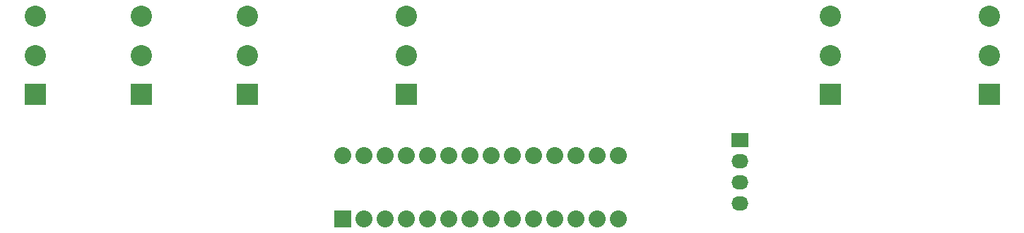
<source format=gbr>
G04 #@! TF.FileFunction,Copper,L1,Top,Signal*
%FSLAX46Y46*%
G04 Gerber Fmt 4.6, Leading zero omitted, Abs format (unit mm)*
G04 Created by KiCad (PCBNEW 4.0.2-stable) date Wednesday, 10 August 2016 'pmt' 17:01:05*
%MOMM*%
G01*
G04 APERTURE LIST*
%ADD10C,0.100000*%
%ADD11R,2.032000X1.727200*%
%ADD12O,2.032000X1.727200*%
%ADD13R,2.540000X2.540000*%
%ADD14C,2.540000*%
%ADD15R,2.032000X2.032000*%
%ADD16C,2.032000*%
G04 APERTURE END LIST*
D10*
D11*
X154305000Y-73660000D03*
D12*
X154305000Y-76200000D03*
X154305000Y-78740000D03*
X154305000Y-81280000D03*
D13*
X69850000Y-68199000D03*
D14*
X69850000Y-63500000D03*
X69850000Y-58801000D03*
D13*
X82550000Y-68199000D03*
D14*
X82550000Y-63500000D03*
X82550000Y-58801000D03*
D13*
X95250000Y-68199000D03*
D14*
X95250000Y-63500000D03*
X95250000Y-58801000D03*
D13*
X114300000Y-68199000D03*
D14*
X114300000Y-63500000D03*
X114300000Y-58801000D03*
D13*
X165100000Y-68199000D03*
D14*
X165100000Y-63500000D03*
X165100000Y-58801000D03*
D13*
X184150000Y-68199000D03*
D14*
X184150000Y-63500000D03*
X184150000Y-58801000D03*
D15*
X106680000Y-83185000D03*
D16*
X109220000Y-83185000D03*
X111760000Y-83185000D03*
X114300000Y-83185000D03*
X116840000Y-83185000D03*
X119380000Y-83185000D03*
X121920000Y-83185000D03*
X124460000Y-83185000D03*
X127000000Y-83185000D03*
X129540000Y-83185000D03*
X132080000Y-83185000D03*
X134620000Y-83185000D03*
X137160000Y-83185000D03*
X139700000Y-83185000D03*
X139700000Y-75565000D03*
X137160000Y-75565000D03*
X134620000Y-75565000D03*
X132080000Y-75565000D03*
X129540000Y-75565000D03*
X127000000Y-75565000D03*
X124460000Y-75565000D03*
X121920000Y-75565000D03*
X119380000Y-75565000D03*
X116840000Y-75565000D03*
X114300000Y-75565000D03*
X111760000Y-75565000D03*
X109220000Y-75565000D03*
X106680000Y-75565000D03*
M02*

</source>
